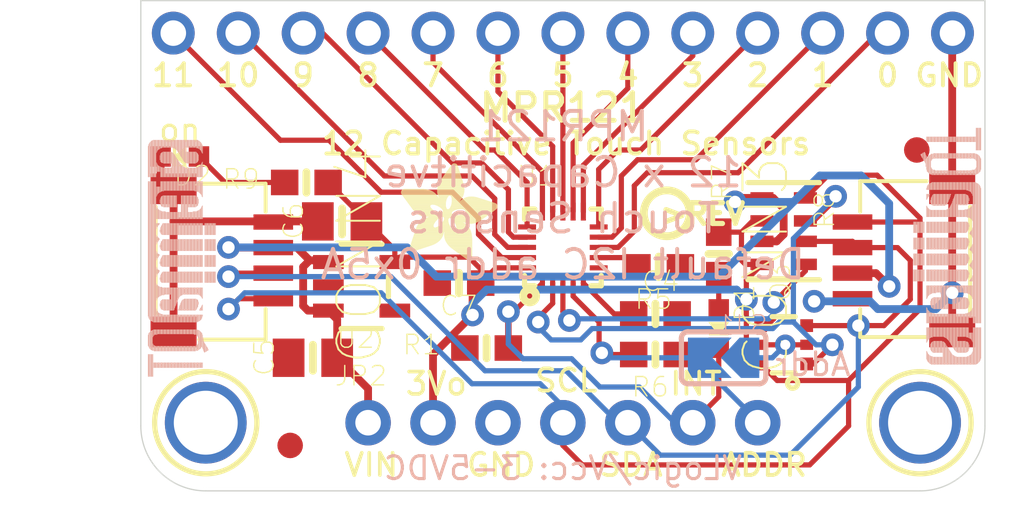
<source format=kicad_pcb>
(kicad_pcb (version 20211014) (generator pcbnew)
  (layers (0 "F.Cu" signal) (31 "B.Cu" signal) (34 "B.Paste" user) (35 "F.Paste" user) (36 "B.SilkS" user "B.Silkscreen") (37 "F.SilkS" user "F.Silkscreen") (38 "B.Mask" user) (39 "F.Mask" user) (44 "Edge.Cuts" user))
  (net 0 "")
  (net 1 "3.3V")
  (net 2 "GND")
  (net 3 "SCL_3V")
  (net 4 "SDA_3V")
  (net 5 "N$2")
  (net 6 "N$3")
  (net 7 "ELEC0")
  (net 8 "ELEC1")
  (net 9 "ELEC2")
  (net 10 "ELEC3")
  (net 11 "ELEC4")
  (net 12 "ELEC5")
  (net 13 "ELEC6")
  (net 14 "ELEC7")
  (net 15 "ELEC8")
  (net 16 "ELEC9")
  (net 17 "ELEC10")
  (net 18 "ELEC11")
  (net 19 "N$1")
  (net 20 "ADDR")
  (net 21 "SDA")
  (net 22 "SCL")
  (net 23 "INT")
  (net 24 "VCC")
  (net 25 "N$4")
  (footprint "1X13_ROUND_70" (layer "F.Cu") (at 148.5011 96.6851)
    (fp_text reference "JP1" hide)
    (fp_text value "")
    (pad "1" thru_hole circle (at -15.24 0 90) (size 1.6764 1.6764) (drill 1) (layers *.Cu *.Mask) (net 18 "ELEC11"))
    (pad "2" thru_hole circle (at -12.7 0 90) (size 1.6764 1.6764) (drill 1) (layers *.Cu *.Mask) (net 17 "ELEC10"))
    (pad "3" thru_hole circle (at -10.16 0 90) (size 1.6764 1.6764) (drill 1) (layers *.Cu *.Mask) (net 16 "ELEC9"))
    (pad "4" thru_hole circle (at -7.62 0 90) (size 1.6764 1.6764) (drill 1) (layers *.Cu *.Mask) (net 15 "ELEC8"))
    (pad "5" thru_hole circle (at -5.08 0 90) (size 1.6764 1.6764) (drill 1) (layers *.Cu *.Mask) (net 14 "ELEC7"))
    (pad "6" thru_hole circle (at -2.54 0 90) (size 1.6764 1.6764) (drill 1) (layers *.Cu *.Mask) (net 13 "ELEC6"))
    (pad "7" thru_hole circle (at 0 0 90) (size 1.6764 1.6764) (drill 1) (layers *.Cu *.Mask) (net 12 "ELEC5"))
    (pad "8" thru_hole circle (at 2.54 0 90) (size 1.6764 1.6764) (drill 1) (layers *.Cu *.Mask) (net 11 "ELEC4"))
    (pad "9" thru_hole circle (at 5.08 0 90) (size 1.6764 1.6764) (drill 1) (layers *.Cu *.Mask) (net 10 "ELEC3"))
    (pad "10" thru_hole circle (at 7.62 0 90) (size 1.6764 1.6764) (drill 1) (layers *.Cu *.Mask) (net 9 "ELEC2"))
    (pad "11" thru_hole circle (at 10.16 0 90) (size 1.6764 1.6764) (drill 1) (layers *.Cu *.Mask) (net 8 "ELEC1"))
    (pad "12" thru_hole circle (at 12.7 0 90) (size 1.6764 1.6764) (drill 1) (layers *.Cu *.Mask) (net 7 "ELEC0"))
    (pad "13" thru_hole circle (at 15.24 0 90) (size 1.6764 1.6764) (drill 1) (layers *.Cu *.Mask) (net 2 "GND"))
  )
  (footprint "MOUNTINGHOLE_2.5_PLATED" (layer "F.Cu") (at 162.4711 111.9251)
    (fp_text reference "U$35" hide)
    (fp_text value "MOUNTINGHOLE2.5" hide)
    (pad "P$1" thru_hole circle (at 0 0) (size 3.2 3.2) (drill 2.5) (layers *.Cu *.Mask))
  )
  (footprint "JST_SH4" (layer "F.Cu") (at 162.3441 105.5751 90)
    (fp_text reference "CONN3" (at -4.6 -5.9 90) (layer "F.SilkS") (effects (font (size 1.703222 1.703222) (thickness 0.074778)) (justify left)))
    (fp_text value "STEMMA_I2C_QT" hide)
    (pad "1" smd rect (at -1.5 -2.514 180) (size 1.55 0.6) (layers "F.Cu" "F.Paste" "F.Mask") (net 2 "GND"))
    (pad "2" smd rect (at -0.5 -2.514 180) (size 1.55 0.6) (layers "F.Cu" "F.Paste" "F.Mask") (net 24 "VCC"))
    (pad "3" smd rect (at 0.5 -2.514 180) (size 1.55 0.6) (layers "F.Cu" "F.Paste" "F.Mask") (net 21 "SDA"))
    (pad "4" smd rect (at 1.5 -2.514 180) (size 1.55 0.6) (layers "F.Cu" "F.Paste" "F.Mask") (net 22 "SCL"))
    (pad "MT1" smd rect (at -2.8 1.386 180) (size 1.8 1.2) (layers "F.Cu" "F.Paste" "F.Mask") (net 2 "GND"))
    (pad "MT2" smd rect (at 2.8 1.386 180) (size 1.8 1.2) (layers "F.Cu" "F.Paste" "F.Mask") (net 2 "GND"))
  )
  (footprint "QFN20_3MM_NOTHERMAL" (layer "F.Cu") (at 148.5011 105.0671 90)
    (fp_text reference "U1" (at 2.794 -0.254) (layer "F.SilkS") (effects (font (size 0.75948 0.75948) (thickness 0.05332)) (justify right)))
    (fp_text value "MPR121")
    (pad "1" smd rect (at -1.4 -0.8 270) (size 0.7 0.2) (layers "F.Cu" "F.Paste" "F.Mask") (net 23 "INT"))
    (pad "2" smd rect (at -1.4 -0.4 270) (size 0.7 0.2) (layers "F.Cu" "F.Paste" "F.Mask") (net 3 "SCL_3V"))
    (pad "3" smd rect (at -1.4 0 270) (size 0.7 0.2) (layers "F.Cu" "F.Paste" "F.Mask") (net 4 "SDA_3V"))
    (pad "4" smd rect (at -1.4 0.4 270) (size 0.7 0.2) (layers "F.Cu" "F.Paste" "F.Mask") (net 20 "ADDR"))
    (pad "5" smd rect (at -1.4 0.8 270) (size 0.7 0.2) (layers "F.Cu" "F.Paste" "F.Mask") (net 5 "N$2"))
    (pad "6" smd rect (at -0.8 1.4 180) (size 0.7 0.2) (layers "F.Cu" "F.Paste" "F.Mask") (net 2 "GND"))
    (pad "7" smd rect (at -0.4 1.4 180) (size 0.7 0.2) (layers "F.Cu" "F.Paste" "F.Mask") (net 6 "N$3"))
    (pad "8" smd rect (at 0 1.4 180) (size 0.7 0.2) (layers "F.Cu" "F.Paste" "F.Mask") (net 7 "ELEC0"))
    (pad "9" smd rect (at 0.4 1.4 180) (size 0.7 0.2) (layers "F.Cu" "F.Paste" "F.Mask") (net 8 "ELEC1"))
    (pad "10" smd rect (at 0.8 1.4 180) (size 0.7 0.2) (layers "F.Cu" "F.Paste" "F.Mask") (net 9 "ELEC2"))
    (pad "11" smd rect (at 1.4 0.8 270) (size 0.7 0.2) (layers "F.Cu" "F.Paste" "F.Mask") (net 10 "ELEC3"))
    (pad "12" smd rect (at 1.4 0.4 270) (size 0.7 0.2) (layers "F.Cu" "F.Paste" "F.Mask") (net 11 "ELEC4"))
    (pad "13" smd rect (at 1.4 0 270) (size 0.7 0.2) (layers "F.Cu" "F.Paste" "F.Mask") (net 12 "ELEC5"))
    (pad "14" smd rect (at 1.4 -0.4 270) (size 0.7 0.2) (layers "F.Cu" "F.Paste" "F.Mask") (net 13 "ELEC6"))
    (pad "15" smd rect (at 1.4 -0.8 270) (size 0.7 0.2) (layers "F.Cu" "F.Paste" "F.Mask") (net 14 "ELEC7"))
    (pad "16" smd rect (at 0.8 -1.4 180) (size 0.7 0.2) (layers "F.Cu" "F.Paste" "F.Mask") (net 15 "ELEC8"))
    (pad "17" smd rect (at 0.4 -1.4 180) (size 0.7 0.2) (layers "F.Cu" "F.Paste" "F.Mask") (net 16 "ELEC9"))
    (pad "18" smd rect (at 0 -1.4 180) (size 0.7 0.2) (layers "F.Cu" "F.Paste" "F.Mask") (net 17 "ELEC10"))
    (pad "19" smd rect (at -0.4 -1.4 180) (size 0.7 0.2) (layers "F.Cu" "F.Paste" "F.Mask") (net 18 "ELEC11"))
    (pad "20" smd rect (at -0.8 -1.4 180) (size 0.7 0.2) (layers "F.Cu" "F.Paste" "F.Mask") (net 1 "3.3V"))
  )
  (footprint "ADAFRUIT_3.5MM" (layer "F.Cu") (at 142.1511 105.5751)
    (fp_text reference "U$37" hide)
    (fp_text value "" hide)
  )
  (footprint "0603-NO" (layer "F.Cu") (at 152.2476 105.8291 180)
    (fp_text reference "R5" (at -0.5715 -1.27) (layer "F.SilkS") (effects (font (size 0.75948 0.75948) (thickness 0.05332)) (justify right)))
    (fp_text value "75K")
    (pad "1" smd rect (at -0.85 0 180) (size 1.075 1) (layers "F.Cu" "F.Paste" "F.Mask") (net 2 "GND"))
    (pad "2" smd rect (at 0.85 0 180) (size 1.075 1) (layers "F.Cu" "F.Paste" "F.Mask") (net 6 "N$3"))
  )
  (footprint "FIDUCIAL_1MM" (layer "F.Cu") (at 162.3441 101.2571)
    (fp_text reference "FID4" hide)
    (fp_text value "FIDUCIAL_1MM" hide)
    (pad "1" smd roundrect (at 0 0) (size 1 1) (layers "F.Cu" "F.Mask") (roundrect_rratio 0.5))
  )
  (footprint "0805-NO" (layer "F.Cu") (at 139.8651 104.0511 180)
    (fp_text reference "C6" (at 1.905 -0.762 90) (layer "F.SilkS") (effects (font (size 0.75948 0.75948) (thickness 0.05332)) (justify left)))
    (fp_text value "10uF")
    (pad "1" smd rect (at -0.95 0 180) (size 1.24 1.5) (layers "F.Cu" "F.Paste" "F.Mask") (net 1 "3.3V"))
    (pad "2" smd rect (at 0.95 0 180) (size 1.24 1.5) (layers "F.Cu" "F.Paste" "F.Mask") (net 2 "GND"))
  )
  (footprint "SOT23-5" (layer "F.Cu") (at 140.6271 106.5911 -90)
    (fp_text reference "U2" (at 2.032 -0.562) (layer "F.SilkS") (effects (font (size 0.75948 0.75948) (thickness 0.05332)) (justify right)))
    (fp_text value "AP2112K-3.3")
    (pad "1" smd rect (at -0.95 1.3001 270) (size 0.55 1.2) (layers "F.Cu" "F.Paste" "F.Mask") (net 24 "VCC"))
    (pad "2" smd rect (at 0 1.3001 270) (size 0.55 1.2) (layers "F.Cu" "F.Paste" "F.Mask") (net 2 "GND"))
    (pad "3" smd rect (at 0.95 1.3001 270) (size 0.55 1.2) (layers "F.Cu" "F.Paste" "F.Mask") (net 24 "VCC"))
    (pad "4" smd rect (at 0.95 -1.3001 270) (size 0.55 1.2) (layers "F.Cu" "F.Paste" "F.Mask"))
    (pad "5" smd rect (at -0.95 -1.3001 270) (size 0.55 1.2) (layers "F.Cu" "F.Paste" "F.Mask") (net 1 "3.3V"))
  )
  (footprint "1X07_ROUND_70" (layer "F.Cu") (at 148.5011 111.9251)
    (fp_text reference "JP2" (at -8.9662 -1.8288) (layer "F.SilkS") (effects (font (size 0.75948 0.75948) (thickness 0.05332)) (justify left)))
    (fp_text value "")
    (pad "1" thru_hole circle (at -7.62 0 90) (size 1.778 1.778) (drill 1) (layers *.Cu *.Mask) (net 24 "VCC"))
    (pad "2" thru_hole circle (at -5.08 0 90) (size 1.778 1.778) (drill 1) (layers *.Cu *.Mask) (net 1 "3.3V"))
    (pad "3" thru_hole circle (at -2.54 0 90) (size 1.778 1.778) (drill 1) (layers *.Cu *.Mask) (net 2 "GND"))
    (pad "4" thru_hole circle (at 0 0 90) (size 1.778 1.778) (drill 1) (layers *.Cu *.Mask) (net 22 "SCL"))
    (pad "5" thru_hole circle (at 2.54 0 90) (size 1.778 1.778) (drill 1) (layers *.Cu *.Mask) (net 21 "SDA"))
    (pad "6" thru_hole circle (at 5.08 0 90) (size 1.778 1.778) (drill 1) (layers *.Cu *.Mask) (net 23 "INT"))
    (pad "7" thru_hole circle (at 7.62 0 90) (size 1.778 1.778) (drill 1) (layers *.Cu *.Mask) (net 20 "ADDR"))
  )
  (footprint "RESPACK_4X0603" (layer "F.Cu") (at 157.1371 104.4321 -90)
    (fp_text reference "R8" (at -1.6 -1.6 90) (layer "F.SilkS") (effects (font (size 0.75948 0.75948) (thickness 0.05332)) (justify right)))
    (fp_text value "10K")
    (pad "1" smd rect (at -1.3 0.85 270) (size 0.45 0.9) (layers "F.Cu" "F.Paste" "F.Mask") (net 24 "VCC"))
    (pad "2" smd rect (at -0.4 0.85 270) (size 0.45 0.9) (layers "F.Cu" "F.Paste" "F.Mask") (net 1 "3.3V"))
    (pad "3" smd rect (at 0.4 0.85 270) (size 0.45 0.9) (layers "F.Cu" "F.Paste" "F.Mask") (net 24 "VCC"))
    (pad "4" smd rect (at 1.3 0.85 270) (size 0.45 0.9) (layers "F.Cu" "F.Paste" "F.Mask") (net 1 "3.3V"))
    (pad "5" smd rect (at 1.3 -0.85 270) (size 0.45 0.9) (layers "F.Cu" "F.Paste" "F.Mask") (net 4 "SDA_3V"))
    (pad "6" smd rect (at 0.4 -0.85 270) (size 0.45 0.9) (layers "F.Cu" "F.Paste" "F.Mask") (net 21 "SDA"))
    (pad "7" smd rect (at -0.4 -0.85 270) (size 0.45 0.9) (layers "F.Cu" "F.Paste" "F.Mask") (net 3 "SCL_3V"))
    (pad "8" smd rect (at -1.3 -0.85 270) (size 0.45 0.9) (layers "F.Cu" "F.Paste" "F.Mask") (net 22 "SCL"))
  )
  (footprint "SOT363" (layer "F.Cu") (at 157.1371 108.8771 90)
    (fp_text reference "Q3" (at 1.651 -0.127 90) (layer "F.SilkS") (effects (font (size 0.75948 0.75948) (thickness 0.05332)) (justify left)))
    (fp_text value "BSS138")
    (pad "1" smd rect (at -0.75 0.9 90) (size 0.5 0.5) (layers "F.Cu" "F.Paste" "F.Mask") (net 3 "SCL_3V"))
    (pad "2" smd rect (at 0 0.9 90) (size 0.4 0.5) (layers "F.Cu" "F.Paste" "F.Mask") (net 1 "3.3V"))
    (pad "3" smd rect (at 0.75 0.9 90) (size 0.5 0.5) (layers "F.Cu" "F.Paste" "F.Mask") (net 21 "SDA"))
    (pad "4" smd rect (at 0.75 -0.9 90) (size 0.5 0.5) (layers "F.Cu" "F.Paste" "F.Mask") (net 4 "SDA_3V"))
    (pad "5" smd rect (at 0 -0.9 90) (size 0.4 0.5) (layers "F.Cu" "F.Paste" "F.Mask") (net 1 "3.3V"))
    (pad "6" smd rect (at -0.75 -0.9 90) (size 0.5 0.5) (layers "F.Cu" "F.Paste" "F.Mask") (net 22 "SCL"))
  )
  (footprint "0603-NO" (layer "F.Cu") (at 138.4681 102.5271 180)
    (fp_text reference "R9" (at 1.778 0.127) (layer "F.SilkS") (effects (font (size 0.75948 0.75948) (thickness 0.05332)) (justify right)))
    (fp_text value "10K")
    (pad "1" smd rect (at -0.85 0 180) (size 1.075 1) (layers "F.Cu" "F.Paste" "F.Mask") (net 1 "3.3V"))
    (pad "2" smd rect (at 0.85 0 180) (size 1.075 1) (layers "F.Cu" "F.Paste" "F.Mask") (net 25 "N$4"))
  )
  (footprint "0603-NO" (layer "F.Cu") (at 154.5971 105.3211 90)
    (fp_text reference "R7" (at 2.032 0.127 90) (layer "F.SilkS") (effects (font (size 0.75948 0.75948) (thickness 0.05332)) (justify left)))
    (fp_text value "1K")
    (pad "1" smd rect (at -0.85 0 90) (size 1.075 1) (layers "F.Cu" "F.Paste" "F.Mask") (net 19 "N$1"))
    (pad "2" smd rect (at 0.85 0 90) (size 1.075 1) (layers "F.Cu" "F.Paste" "F.Mask") (net 1 "3.3V"))
  )
  (footprint "PCBFEAT-REV-040" (layer "F.Cu") (at 152.5651 103.7336)
    (fp_text reference "U$9" hide)
    (fp_text value "" hide)
    (fp_text user ">REV" (at -0.3556 0.508) (layer "F.SilkS") (effects (font (size 0.8128 0.8128) (thickness 0.2032)) (justify left bottom)))
  )
  (footprint "CHIPLED_0603_NOOUTLINE" (layer "F.Cu") (at 133.5151 101.5111 90)
    (fp_text reference "D2" (at -0.762 1.27) (layer "F.SilkS") (effects (font (size 0.75948 0.75948) (thickness 0.05332)) (justify right)))
    (fp_text value "GREEN")
    (pad "A" smd rect (at 0 0.75 90) (size 0.8 0.8) (layers "F.Cu" "F.Paste" "F.Mask") (net 25 "N$4"))
    (pad "C" smd rect (at 0 -0.75 90) (size 0.8 0.8) (layers "F.Cu" "F.Paste" "F.Mask") (net 2 "GND"))
  )
  (footprint "0603-NO" (layer "F.Cu") (at 145.5166 109.0041 180)
    (fp_text reference "R1" (at 1.778 0.127) (layer "F.SilkS") (effects (font (size 0.75948 0.75948) (thickness 0.05332)) (justify right)))
    (fp_text value "10K")
    (pad "1" smd rect (at -0.85 0 180) (size 1.075 1) (layers "F.Cu" "F.Paste" "F.Mask") (net 23 "INT"))
    (pad "2" smd rect (at 0.85 0 180) (size 1.075 1) (layers "F.Cu" "F.Paste" "F.Mask") (net 1 "3.3V"))
  )
  (footprint "MOUNTINGHOLE_2.5_PLATED" (layer "F.Cu") (at 134.5311 111.9251)
    (fp_text reference "U$34" hide)
    (fp_text value "MOUNTINGHOLE2.5" hide)
    (pad "P$1" thru_hole circle (at 0 0) (size 3.2 3.2) (drill 2.5) (layers *.Cu *.Mask))
  )
  (footprint "FIDUCIAL_1MM" (layer "F.Cu") (at 137.8331 112.8141)
    (fp_text reference "FID3" hide)
    (fp_text value "FIDUCIAL_1MM" hide)
    (pad "1" smd roundrect (at 0 0) (size 1 1) (layers "F.Cu" "F.Mask") (roundrect_rratio 0.5))
  )
  (footprint "0603-NO" (layer "F.Cu") (at 144.4371 106.4641 180)
    (fp_text reference "C7" (at -0.762 -0.889) (layer "F.SilkS") (effects (font (size 0.75948 0.75948) (thickness 0.05332)) (justify right)))
    (fp_text value "0.1uF")
    (pad "1" smd rect (at -0.85 0 180) (size 1.075 1) (layers "F.Cu" "F.Paste" "F.Mask") (net 1 "3.3V"))
    (pad "2" smd rect (at 0.85 0 180) (size 1.075 1) (layers "F.Cu" "F.Paste" "F.Mask") (net 2 "GND"))
  )
  (footprint "0603-NO" (layer "F.Cu") (at 152.1206 109.2581 180)
    (fp_text reference "R6" (at -0.5715 -1.27) (layer "F.SilkS") (effects (font (size 0.75948 0.75948) (thickness 0.05332)) (justify right)))
    (fp_text value "10K")
    (pad "1" smd rect (at -0.85 0 180) (size 1.075 1) (layers "F.Cu" "F.Paste" "F.Mask") (net 2 "GND"))
    (pad "2" smd rect (at 0.85 0 180) (size 1.075 1) (layers "F.Cu" "F.Paste" "F.Mask") (net 20 "ADDR"))
  )
  (footprint "0603-NO" (layer "F.Cu") (at 152.1206 107.6706)
    (fp_text reference "C4" (at -0.5715 -1.27) (layer "F.SilkS") (effects (font (size 0.75948 0.75948) (thickness 0.05332)) (justify left)))
    (fp_text value "0.1uF")
    (pad "1" smd rect (at -0.85 0) (size 1.075 1) (layers "F.Cu" "F.Paste" "F.Mask") (net 5 "N$2"))
    (pad "2" smd rect (at 0.85 0) (size 1.075 1) (layers "F.Cu" "F.Paste" "F.Mask") (net 2 "GND"))
  )
  (footprint "CHIPLED_0603_NOOUTLINE" (layer "F.Cu") (at 154.5971 108.2421 180)
    (fp_text reference "D1" (at -1.016 1.778 90) (layer "F.SilkS") (effects (font (size 0.75948 0.75948) (thickness 0.05332)) (justify right)))
    (fp_text value "RED")
    (pad "A" smd rect (at 0 0.75 180) (size 0.8 0.8) (layers "F.Cu" "F.Paste" "F.Mask") (net 19 "N$1"))
    (pad "C" smd rect (at 0 -0.75 180) (size 0.8 0.8) (layers "F.Cu" "F.Paste" "F.Mask") (net 23 "INT"))
  )
  (footprint "0805-NO" (layer "F.Cu") (at 138.7221 109.3851 180)
    (fp_text reference "C5" (at 1.905 -0.762 90) (layer "F.SilkS") (effects (font (size 0.75948 0.75948) (thickness 0.05332)) (justify left)))
    (fp_text value "10uF")
    (pad "1" smd rect (at -0.95 0 180) (size 1.24 1.5) (layers "F.Cu" "F.Paste" "F.Mask") (net 24 "VCC"))
    (pad "2" smd rect (at 0.95 0 180) (size 1.24 1.5) (layers "F.Cu" "F.Paste" "F.Mask") (net 2 "GND"))
  )
  (footprint "JST_SH4" (layer "F.Cu") (at 134.6581 105.5751 -90)
    (fp_text reference "CONN4" (at -4.6 -5.9 90) (layer "F.SilkS") (effects (font (size 1.703222 1.703222) (thickness 0.074778)) (justify right)))
    (fp_text value "STEMMA_I2C_QT" hide)
    (pad "1" smd rect (at -1.5 -2.514) (size 1.55 0.6) (layers "F.Cu" "F.Paste" "F.Mask") (net 2 "GND"))
    (pad "2" smd rect (at -0.5 -2.514) (size 1.55 0.6) (layers "F.Cu" "F.Paste" "F.Mask") (net 24 "VCC"))
    (pad "3" smd rect (at 0.5 -2.514) (size 1.55 0.6) (layers "F.Cu" "F.Paste" "F.Mask") (net 21 "SDA"))
    (pad "4" smd rect (at 1.5 -2.514) (size 1.55 0.6) (layers "F.Cu" "F.Paste" "F.Mask") (net 22 "SCL"))
    (pad "MT1" smd rect (at -2.8 1.386) (size 1.8 1.2) (layers "F.Cu" "F.Paste" "F.Mask") (net 2 "GND"))
    (pad "MT2" smd rect (at 2.8 1.386) (size 1.8 1.2) (layers "F.Cu" "F.Paste" "F.Mask") (net 2 "GND"))
  )
  (footprint "SOLDERJUMPER_ARROW_NOPASTE" (layer "B.Cu") (at 154.7876 109.3851 180)
    (fp_text reference "SJ1" (at -1.778 1.27) (layer "B.SilkS") (effects (font (size 0.75948 0.75948) (thickness 0.05332)) (justify left mirror)))
    (fp_text value "")
    (fp_poly (pts (xy 0.106121 -0.002663) (xy -0.679416 -0.7882) (xy -1.3946 -0.7882) (xy -1.3946 0.7882) (xy -0.62715 0.7882)) (layer "B.Cu") (width 0) (fill solid))
    (fp_poly (pts (xy 1.3946 -0.7882) (xy -0.315893 -0.7882) (xy 0.443148 0) (xy -0.315893 0.7882) (xy 1.3946 0.7882)) (layer "B.Cu") (width 0) (fill solid))
    (pad "1" smd roundrect (at -1.016 0 180) (size 0.762 1.524) (layers "B.Cu") (net 1 "3.3V"))
    (pad "2" smd roundrect (at 1.016 0 180) (size 0.762 1.524) (layers "B.Cu") (net 20 "ADDR"))
  )
  (footprint "STEMMAQT" (layer "B.Cu") (at 162.2171 109.6391 90)
    (fp_text reference "U$39" hide)
    (fp_text value "" hide)
  )
  (footprint "STEMMAQT" (layer "B.Cu") (at 134.9121 100.8761 -90)
    (fp_text reference "U$40" hide)
    (fp_text value "" hide)
  )
  (gr_arc (start 165.0111 112.0521) (mid 164.267151 113.848151) (end 162.4711 114.5921) (layer "Edge.Cuts") (width 0.05))
  (gr_line (start 165.0111 95.4151) (end 131.9911 95.4151) (layer "Edge.Cuts") (width 0.05))
  (gr_line (start 134.5311 114.5921) (end 162.4711 114.5921) (layer "Edge.Cuts") (width 0.05))
  (gr_line (start 131.9911 95.4151) (end 131.9911 112.0521) (layer "Edge.Cuts") (width 0.05))
  (gr_arc (start 134.5311 114.5921) (mid 132.735049 113.848151) (end 131.9911 112.0521) (layer "Edge.Cuts") (width 0.05))
  (gr_line (start 165.0111 112.0521) (end 165.0111 95.4151) (layer "Edge.Cuts") (width 0.05))
  (gr_text "Addr" (at 158.2801 109.6391) (layer "B.SilkS") (effects (font (size 0.89408 0.89408) (thickness 0.12192)) (justify mirror)))
  (gr_text "VLogic/Vcc: 3-5VDC" (at 148.5011 113.7031) (layer "B.SilkS") (effects (font (size 0.89408 0.89408) (thickness 0.12192)) (justify mirror)))
  (gr_text "MPR121\n12 x Capacititve\nTouch Sensors\nDefault I2C addr 0x5A" (at 148.5011 103.0351) (layer "B.SilkS") (effects (font (size 1.1176 1.1176) (thickness 0.1524)) (justify mirror)))
  (gr_text "3" (at 153.5811 98.3361) (layer "F.SilkS") (effects (font (size 0.8636 0.8636) (thickness 0.1524))))
  (gr_text "7" (at 143.4211 98.3361) (layer "F.SilkS") (effects (font (size 0.8636 0.8636) (thickness 0.1524))))
  (gr_text "SDA" (at 151.1681 113.5761) (layer "F.SilkS") (effects (font (size 0.87376 0.87376) (thickness 0.14224))))
  (gr_text "6" (at 145.9611 98.3361) (layer "F.SilkS") (effects (font (size 0.8636 0.8636) (thickness 0.1524))))
  (gr_text "3Vo" (at 143.5481 110.4011) (layer "F.SilkS") (effects (font (size 0.87376 0.87376) (thickness 0.14224))))
  (gr_text "8" (at 140.8811 98.3361) (layer "F.SilkS") (effects (font (size 0.8636 0.8636) (thickness 0.1524))))
  (gr_text "2" (at 156.1211 98.3361) (layer "F.SilkS") (effects (font (size 0.8636 0.8636) (thickness 0.1524))))
  (gr_text "VIN" (at 141.0081 113.5761) (layer "F.SilkS") (effects (font (size 0.87376 0.87376) (thickness 0.14224))))
  (gr_text "SCL" (at 148.6281 110.2741) (layer "F.SilkS") (effects (font (size 0.87376 0.87376) (thickness 0.14224))))
  (gr_text "ADDR" (at 156.3751 113.5761) (layer "F.SilkS") (effects (font (size 0.8636 0.8636) (thickness 0.1524))))
  (gr_text "GND" (at 146.0881 113.5761) (layer "F.SilkS") (effects (font (size 0.87376 0.87376) (thickness 0.14224))))
  (gr_text "9" (at 138.3411 98.3361) (layer "F.SilkS") (effects (font (size 0.8636 0.8636) (thickness 0.1524))))
  (gr_text "MPR121" (at 148.5011 99.6061) (layer "F.SilkS") (effects (font (size 1.0795 1.0795) (thickness 0.1905))))
  (gr_text "GND" (at 163.6141 98.3361) (layer "F.SilkS") (effects (font (size 0.8636 0.8636) (thickness 0.1524))))
  (gr_text "0" (at 161.2011 98.3361) (layer "F.SilkS") (effects (font (size 0.8636 0.8636) (thickness 0.1524))))
  (gr_text "10" (at 135.8011 98.3361) (layer "F.SilkS") (effects (font (size 0.8636 0.8636) (thickness 0.1524))))
  (gr_text "5" (at 148.5011 98.3361) (layer "F.SilkS") (effects (font (size 0.8636 0.8636) (thickness 0.1524))))
  (gr_text "on" (at 132.6261 101.0031) (layer "F.SilkS") (effects (font (size 0.89408 0.89408) (thickness 0.12192)) (justify left bottom)))
  (gr_text "11" (at 133.2611 98.3361) (layer "F.SilkS") (effects (font (size 0.8636 0.8636) (thickness 0.1524))))
  (gr_text "12 Capacitive Touch Sensors" (at 148.6281 101.0031) (layer "F.SilkS") (effects (font (size 0.8636 0.8636) (thickness 0.1524))))
  (gr_text "4" (at 151.0411 98.3361) (layer "F.SilkS") (effects (font (size 0.8636 0.8636) (thickness 0.1524))))
  (gr_text "1" (at 158.6611 98.3361) (layer "F.SilkS") (effects (font (size 0.8636 0.8636) (thickness 0.1524))))
  (gr_text "INT" (at 153.7081 110.4011) (layer "F.SilkS") (effects (font (size 0.87376 0.87376) (thickness 0.14224))))
  (segment (start 156.2871 105.7321) (end 155.6431 105.7321) (width 0.2032) (layer "F.Cu") (net 1))
  (segment (start 155.9251 104.0321) (end 155.4861 104.4711) (width 0.2032) (layer "F.Cu") (net 1))
  (segment (start 141.9272 105.1632) (end 141.9272 105.6411) (width 0.2032) (layer "F.Cu") (net 1))
  (segment (start 144.6666 109.0041) (end 144.5006 109.0041) (width 0.254) (layer "F.Cu") (net 1))
  (segment (start 143.4211 111.9251) (end 143.4211 109.2581) (width 0.3048) (layer "F.Cu") (net 1))
  (segment (start 144.9696 107.7096) (end 144.08785 108.59135) (width 0.3048) (layer "F.Cu") (net 1))
  (segment (start 155.4861 104.4711) (end 154.5971 104.4711) (width 0.2032) (layer "F.Cu") (net 1))
  (segment (start 140.8151 104.0241) (end 140.8151 104.0511) (width 0.2032) (layer "F.Cu") (net 1))
  (segment (start 144.9696 106.7816) (end 144.9696 107.7096) (width 0.3048) (layer "F.Cu") (net 1))
  (segment (start 158.0371 108.8771) (end 157.2006 108.8771) (width 0.2032) (layer "F.Cu") (net 1))
  (segment (start 155.6766 106.3426) (end 155.6766 107.0991) (width 0.2032) (layer "F.Cu") (net 1))
  (segment (start 142.1202 105.4481) (end 144.8181 105.4481) (width 0.2032) (layer "F.Cu") (net 1))
  (segment (start 156.2871 104.0321) (end 155.9251 104.0321) (width 0.2032) (layer "F.Cu") (net 1))
  (segment (start 145.2871 105.9171) (end 145.2871 106.4641) (width 0.2032) (layer "F.Cu") (net 1))
  (segment (start 145.2871 106.4641) (end 144.9696 106.7816) (width 0.3048) (layer "F.Cu") (net 1))
  (segment (start 155.4861 104.4711) (end 155.4861 105.5751) (width 0.2032) (layer "F.Cu") (net 1))
  (segment (start 155.6431 105.7321) (end 155.4861 105.5751) (width 0.2032) (layer "F.Cu") (net 1))
  (segment (start 157.2006 108.8771) (end 156.2371 108.8771) (width 0.2032) (layer "F.Cu") (net 1))
  (segment (start 140.8151 104.0511) (end 141.9272 105.1632) (width 0.2032) (layer "F.Cu") (net 1))
  (segment (start 145.8841 105.8671) (end 145.2871 106.4641) (width 0.2032) (layer "F.Cu") (net 1))
  (segment (start 144.8181 105.4481) (end 145.2871 105.9171) (width 0.2032) (layer "F.Cu") (net 1))
  (segment (start 155.810387 108.8771) (end 156.2371 108.8771) (width 0.2032) (layer "F.Cu") (net 1))
  (segment (start 139.3181 102.5271) (end 140.8151 104.0241) (width 0.2032) (layer "F.Cu") (net 1))
  (segment (start 147.1011 105.8671) (end 145.8841 105.8671) (width 0.2032) (layer "F.Cu") (net 1))
  (segment (start 155.6766 107.0991) (end 155.6766 108.743313) (width 0.2032) (layer "F.Cu") (net 1))
  (segment (start 144.08785 108.59135) (end 143.4211 109.2581) (width 0.3048) (layer "F.Cu") (net 1))
  (segment (start 156.2871 105.7321) (end 155.6766 106.3426) (width 0.2032) (layer "F.Cu") (net 1))
  (segment (start 144.5006 109.0041) (end 144.08785 108.59135) (width 0.254) (layer "F.Cu") (net 1))
  (segment (start 155.810387 108.8771) (end 155.6766 108.743313) (width 0.2032) (layer "F.Cu") (net 1))
  (segment (start 141.9272 105.6411) (end 142.1202 105.4481) (width 0.2032) (layer "F.Cu") (net 1))
  (via (at 144.9696 107.7096) (size 0.889) (drill 0.4826) (layers "F.Cu" "B.Cu") (net 1))
  (via (at 155.6766 107.0991) (size 0.889) (drill 0.4826) (layers "F.Cu" "B.Cu") (net 1))
  (via (at 157.2006 108.8771) (size 0.8001) (drill 0.3937) (layers "F.Cu" "B.Cu") (net 1))
  (segment (start 145.5166 106.7181) (end 144.9696 107.2651) (width 0.3048) (layer "B.Cu") (net 1))
  (segment (start 155.8036 109.3851) (end 156.6926 109.3851) (width 0.2032) (layer "B.Cu") (net 1))
  (segment (start 144.9696 107.7096) (end 144.9696 107.2651) (width 0.3048) (layer "B.Cu") (net 1))
  (segment (start 145.5166 106.7181) (end 155.2956 106.7181) (width 0.3048) (layer "B.Cu") (net 1))
  (segment (start 155.2956 106.7181) (end 155.6766 107.0991) (width 0.3048) (layer "B.Cu") (net 1))
  (segment (start 156.6926 109.3851) (end 157.2006 108.8771) (width 0.2032) (layer "B.Cu") (net 1))
  (segment (start 137.1721 104.0751) (end 137.1481 104.0511) (width 0.3048) (layer "F.Cu") (net 2))
  (segment (start 132.7651 102.7751) (end 133.2721 102.7751) (width 0.3048) (layer "F.Cu") (net 2))
  (segment (start 163.7301 96.6961) (end 163.7411 96.6851) (width 0.3048) (layer "F.Cu") (net 2))
  (segment (start 137.1721 104.0751) (end 137.1721 104.0511) (width 0.3048) (layer "F.Cu") (net 2))
  (segment (start 163.7301 106.8451) (end 163.7301 108.3751) (width 0.3048) (layer "F.Cu") (net 2))
  (segment (start 163.7301 102.7751) (end 163.7301 96.6961) (width 0.3048) (layer "F.Cu") (net 2))
  (segment (start 132.7651 101.5111) (end 132.7651 102.7751) (width 0.3048) (layer "F.Cu") (net 2))
  (segment (start 133.2721 102.7751) (end 133.2721 103.460932) (width 0.3048) (layer "F.Cu") (net 2))
  (segment (start 133.2721 104.0511) (end 133.2721 108.3751) (width 0.3048) (layer "F.Cu") (net 2))
  (segment (start 163.7301 102.7751) (end 163.7301 106.8451) (width 0.3048) (layer "F.Cu") (net 2))
  (segment (start 137.1481 104.0511) (end 133.2721 104.0511) (width 0.3048) (layer "F.Cu") (net 2))
  (segment (start 158.354931 107.2021) (end 158.329515 107.176685) (width 0.3048) (layer "F.Cu") (net 2))
  (segment (start 133.2721 102.7751) (end 133.2721 104.0511) (width 0.3048) (layer "F.Cu") (net 2))
  (segment (start 137.1721 104.0511) (end 138.9151 104.0511) (width 0.3048) (layer "F.Cu") (net 2))
  (via (at 158.329515 107.176685) (size 0.889) (drill 0.4826) (layers "F.Cu" "B.Cu") (net 2))
  (via (at 163.7301 106.8451) (size 0.889) (drill 0.4826) (layers "F.Cu" "B.Cu") (net 2))
  (segment (start 160.8201 107.4801) (end 163.0951 107.4801) (width 0.3048) (layer "B.Cu") (net 2))
  (segment (start 160.516684 107.176685) (end 160.8201 107.4801) (width 0.3048) (layer "B.Cu") (net 2))
  (segment (start 158.329515 107.176685) (end 160.516684 107.176685) (width 0.3048) (layer "B.Cu") (net 2))
  (segment (start 163.0951 107.4801) (end 163.7301 106.8451) (width 0.3048) (layer "B.Cu") (net 2))
  (segment (start 159.0421 108.8771) (end 158.2921 109.6271) (width 0.2032) (layer "F.Cu") (net 3))
  (segment (start 159.1691 103.174813) (end 159.1691 103.0686) (width 0.2032) (layer "F.Cu") (net 3))
  (segment (start 148.1011 106.4671) (end 148.1011 107.257313) (width 0.2032) (layer "F.Cu") (net 3))
  (segment (start 158.2921 109.6271) (end 158.0371 109.6271) (width 0.2032) (layer "F.Cu") (net 3))
  (segment (start 157.9871 104.0321) (end 158.311812 104.0321) (width 0.2032) (layer "F.Cu") (net 3))
  (segment (start 159.1691 103.174813) (end 158.311812 104.0321) (width 0.2032) (layer "F.Cu") (net 3))
  (segment (start 148.1011 107.257313) (end 147.536 107.822413) (width 0.2032) (layer "F.Cu") (net 3))
  (segment (start 147.536 107.822413) (end 147.536 107.9881) (width 0.2032) (layer "F.Cu") (net 3))
  (via (at 147.536 107.9881) (size 0.889) (drill 0.4826) (layers "F.Cu" "B.Cu") (net 3))
  (via (at 159.1691 103.0686) (size 0.889) (drill 0.4826) (layers "F.Cu" "B.Cu") (net 3))
  (via (at 159.0421 108.8771) (size 0.889) (drill 0.4826) (layers "F.Cu" "B.Cu") (net 3))
  (segment (start 147.536 108.1786) (end 148.044 108.6866) (width 0.2032) (layer "B.Cu") (net 3))
  (segment (start 158.4071 108.8771) (end 159.0421 108.8771) (width 0.2032) (layer "B.Cu") (net 3))
  (segment (start 147.536 107.9881) (end 147.536 108.1786) (width 0.2032) (layer "B.Cu") (net 3))
  (segment (start 149.1996 108.6866) (end 149.6441 108.2421) (width 0.2032) (layer "B.Cu") (net 3))
  (segment (start 148.044 108.6866) (end 149.1996 108.6866) (width 0.2032) (layer "B.Cu") (net 3))
  (segment (start 158.4071 108.8771) (end 157.5181 107.9881) (width 0.2032) (layer "B.Cu") (net 3))
  (segment (start 157.5181 104.7196) (end 157.5181 107.9881) (width 0.2032) (layer "B.Cu") (net 3))
  (segment (start 149.6441 108.2421) (end 156.714418 108.2421) (width 0.2032) (layer "B.Cu") (net 3))
  (segment (start 159.1691 103.0686) (end 157.5181 104.7196) (width 0.2032) (layer "B.Cu") (net 3))
  (segment (start 156.968418 107.9881) (end 157.5181 107.9881) (width 0.2032) (layer "B.Cu") (net 3))
  (segment (start 156.714418 108.2421) (end 156.968418 107.9881) (width 0.2032) (layer "B.Cu") (net 3))
  (segment (start 156.7516 107.8566) (end 156.7516 107.2216) (width 0.2032) (layer "F.Cu") (net 4))
  (segment (start 156.2371 108.1271) (end 156.4811 108.1271) (width 0.2032) (layer "F.Cu") (net 4))
  (segment (start 157.9871 105.9861) (end 156.7516 107.2216) (width 0.2032) (layer "F.Cu") (net 4))
  (segment (start 148.7551 107.84) (end 148.7551 107.9246) (width 0.2032) (layer "F.Cu") (net 4))
  (segment (start 148.5011 106.4671) (end 148.5011 107.586) (width 0.2032) (layer "F.Cu") (net 4))
  (segment (start 156.7516 107.8566) (end 156.4811 108.1271) (width 0.2032) (layer "F.Cu") (net 4))
  (segment (start 148.7551 107.84) (end 148.5011 107.586) (width 0.2032) (layer "F.Cu") (net 4))
  (segment (start 157.9871 105.7321) (end 157.9871 105.9861) (width 0.2032) (layer "F.Cu") (net 4))
  (via (at 156.7516 107.2216) (size 0.889) (drill 0.4826) (layers "F.Cu" "B.Cu") (net 4))
  (via (at 148.7551 107.9246) (size 0.889) (drill 0.4826) (layers "F.Cu" "B.Cu") (net 4))
  (segment (start 156.5566 107.8611) (end 148.8186 107.8611) (width 0.2032) (layer "B.Cu") (net 4))
  (segment (start 148.7551 107.9246) (end 148.8186 107.8611) (width 0.2032) (layer "B.Cu") (net 4))
  (segment (start 156.7516 107.6661) (end 156.7516 107.2216) (width 0.2032) (layer "B.Cu") (net 4))
  (segment (start 156.7516 107.6661) (end 156.5566 107.8611) (width 0.2032) (layer "B.Cu") (net 4))
  (segment (start 149.3011 106.4671) (end 150.5046 107.6706) (width 0.2032) (layer "F.Cu") (net 5))
  (segment (start 150.5046 107.6706) (end 151.2706 107.6706) (width 0.2032) (layer "F.Cu") (net 5))
  (segment (start 151.0356 105.4671) (end 151.3976 105.8291) (width 0.2032) (layer "F.Cu") (net 6))
  (segment (start 149.9011 105.4671) (end 151.0356 105.4671) (width 0.2032) (layer "F.Cu") (net 6))
  (segment (start 160.8201 96.6851) (end 161.2011 96.6851) (width 0.2032) (layer "F.Cu") (net 7))
  (segment (start 151.8031 102.1461) (end 155.3591 102.1461) (width 0.2032) (layer "F.Cu") (net 7))
  (segment (start 151.2951 102.6541) (end 151.8031 102.1461) (width 0.2032) (layer "F.Cu") (net 7))
  (segment (start 149.9011 105.0671) (end 150.6601 105.0671) (width 0.2032) (layer "F.Cu") (net 7))
  (segment (start 151.2951 104.4321) (end 151.2951 102.6541) (width 0.2032) (layer "F.Cu") (net 7))
  (segment (start 160.8201 96.6851) (end 155.3591 102.1461) (width 0.2032) (layer "F.Cu") (net 7))
  (segment (start 150.6601 105.0671) (end 151.2951 104.4321) (width 0.2032) (layer "F.Cu") (net 7))
  (segment (start 149.9011 104.6671) (end 150.4251 104.6671) (width 0.2032) (layer "F.Cu") (net 8))
  (segment (start 150.7871 104.3051) (end 150.7871 102.2731) (width 0.2032) (layer "F.Cu") (net 8))
  (segment (start 153.7081 101.6381) (end 158.6611 96.6851) (width 0.2032) (layer "F.Cu") (net 8))
  (segment (start 150.4251 104.6671) (end 150.7871 104.3051) (width 0.2032) (layer "F.Cu") (net 8))
  (segment (start 151.4221 101.6381) (end 153.7081 101.6381) (width 0.2032) (layer "F.Cu") (net 8))
  (segment (start 150.7871 102.2731) (end 151.4221 101.6381) (width 0.2032) (layer "F.Cu") (net 8))
  (segment (start 151.5491 101.2571) (end 156.1211 96.6851) (width 0.2032) (layer "F.Cu") (net 9))
  (segment (start 150.6601 101.2571) (end 151.5491 101.2571) (width 0.2032) (layer "F.Cu") (net 9))
  (segment (start 149.9011 102.0161) (end 150.6601 101.2571) (width 0.2032) (layer "F.Cu") (net 9))
  (segment (start 149.9011 104.2671) (end 149.9011 102.0161) (width 0.2032) (layer "F.Cu") (net 9))
  (segment (start 149.3011 101.8541) (end 153.5811 97.5741) (width 0.2032) (layer "F.Cu") (net 10))
  (segment (start 153.5811 97.5741) (end 153.5811 96.6851) (width 0.2032) (layer "F.Cu") (net 10))
  (segment (start 149.3011 103.6671) (end 149.3011 101.8541) (width 0.2032) (layer "F.Cu") (net 10))
  (segment (start 151.0411 98.8441) (end 148.9011 100.9841) (width 0.2032) (layer "F.Cu") (net 11))
  (segment (start 151.0411 98.8441) (end 151.0411 96.6851) (width 0.2032) (layer "F.Cu") (net 11))
  (segment (start 148.9011 103.6671) (end 148.9011 100.9841) (width 0.2032) (layer "F.Cu") (net 11))
  (segment (start 148.5011 103.6671) (end 148.5011 96.6851) (width 0.2032) (layer "F.Cu") (net 12))
  (segment (start 148.1011 101.1111) (end 148.1011 103.6671) (width 0.2032) (layer "F.Cu") (net 13))
  (segment (start 145.9611 96.6851) (end 145.9611 98.9711) (width 0.2032) (layer "F.Cu") (net 13))
  (segment (start 148.1011 101.1111) (end 145.9611 98.9711) (width 0.2032) (layer "F.Cu") (net 13))
  (segment (start 143.4211 97.8281) (end 143.4211 96.6851) (width 0.2032) (layer "F.Cu") (net 14))
  (segment (start 147.7011 102.1081) (end 143.4211 97.8281) (width 0.2032) (layer "F.Cu") (net 14))
  (segment (start 147.7011 103.6671) (end 147.7011 102.1081) (width 0.2032) (layer "F.Cu") (net 14))
  (segment (start 147.1011 104.2671) (end 147.1011 102.5241) (width 0.2032) (layer "F.Cu") (net 15))
  (segment (start 145.4531 101.2571) (end 140.8811 96.6851) (width 0.2032) (layer "F.Cu") (net 15))
  (segment (start 145.8341 101.2571) (end 145.4531 101.2571) (width 0.2032) (layer "F.Cu") (net 15))
  (segment (start 147.1011 102.5241) (end 145.8341 101.2571) (width 0.2032) (layer "F.Cu") (net 15))
  (segment (start 146.564887 104.6671) (end 146.3701 104.472313) (width 0.2032) (layer "F.Cu") (net 16))
  (segment (start 144.1831 101.7651) (end 145.3261 101.7651) (width 0.2032) (layer "F.Cu") (net 16))
  (segment (start 139.1031 96.6851) (end 144.1831 101.7651) (width 0.2032) (layer "F.Cu") (net 16))
  (segment (start 145.3261 101.7651) (end 146.3701 102.8091) (width 0.2032) (layer "F.Cu") (net 16))
  (segment (start 146.564887 104.6671) (end 147.1011 104.6671) (width 0.2032) (layer "F.Cu") (net 16))
  (segment (start 138.3411 96.6851) (end 139.1031 96.6851) (width 0.2032) (layer "F.Cu") (net 16))
  (segment (start 146.3701 102.8091) (end 146.3701 104.472313) (width 0.2032) (layer "F.Cu") (net 16))
  (segment (start 145.8341 104.5591) (end 145.8341 103.1621) (width 0.2032) (layer "F.Cu") (net 17))
  (segment (start 135.9281 96.6851) (end 135.8011 96.6851) (width 0.2032) (layer "F.Cu") (net 17))
  (segment (start 146.3421 105.0671) (end 145.8341 104.5591) (width 0.2032) (layer "F.Cu") (net 17))
  (segment (start 145.8341 103.1621) (end 144.9451 102.2731) (width 0.2032) (layer "F.Cu") (net 17))
  (segment (start 147.1011 105.0671) (end 146.3421 105.0671) (width 0.2032) (layer "F.Cu") (net 17))
  (segment (start 144.9451 102.2731) (end 141.5161 102.2731) (width 0.2032) (layer "F.Cu") (net 17))
  (segment (start 141.5161 102.2731) (end 135.9281 96.6851) (width 0.2032) (layer "F.Cu") (net 17))
  (segment (start 137.4521 100.8761) (end 139.3571 100.8761) (width 0.2032) (layer "F.Cu") (net 18))
  (segment (start 146.1071 105.4671) (end 147.1011 105.4671) (width 0.2032) (layer "F.Cu") (net 18))
  (segment (start 145.1991 104.5591) (end 146.1071 105.4671) (width 0.2032) (layer "F.Cu") (net 18))
  (segment (start 141.3891 102.9081) (end 144.1831 102.9081) (width 0.2032) (layer "F.Cu") (net 18))
  (segment (start 133.2611 96.6851) (end 137.4521 100.8761) (width 0.2032) (layer "F.Cu") (net 18))
  (segment (start 139.3571 100.8761) (end 141.3891 102.9081) (width 0.2032) (layer "F.Cu") (net 18))
  (segment (start 145.1991 103.9241) (end 145.1991 104.5591) (width 0.2032) (layer "F.Cu") (net 18))
  (segment (start 144.1831 102.9081) (end 145.1991 103.9241) (width 0.2032) (layer "F.Cu") (net 18))
  (segment (start 154.5971 106.1711) (end 154.5971 107.4921) (width 0.2032) (layer "F.Cu") (net 19))
  (segment (start 150.0251 109.1946) (end 149.9171 109.0866) (width 0.2032) (layer "F.Cu") (net 20))
  (segment (start 148.9011 106.4671) (end 148.9011 106.9751) (width 0.2032) (layer "F.Cu") (net 20))
  (segment (start 149.9171 107.9911) (end 148.9011 106.9751) (width 0.2032) (layer "F.Cu") (net 20))
  (segment (start 149.9171 107.9911) (end 149.9171 109.0866) (width 0.2032) (layer "F.Cu") (net 20))
  (segment (start 151.2706 109.2581) (end 150.0886 109.2581) (width 0.2032) (layer "F.Cu") (net 20))
  (segment (start 150.0251 109.1946) (end 150.0886 109.2581) (width 0.2032) (layer "F.Cu") (net 20))
  (via (at 150.0251 109.1946) (size 0.889) (drill 0.4826) (layers "F.Cu" "B.Cu") (net 20))
  (segment (start 156.1211 111.9251) (end 156.1211 111.8616) (width 0.2032) (layer "B.Cu") (net 20))
  (segment (start 150.0251 109.1946) (end 150.0251 109.2581) (width 0.2032) (layer "B.Cu") (net 20))
  (segment (start 153.7716 109.3851) (end 153.6446 109.3851) (width 0.2032) (layer "B.Cu") (net 20))
  (segment (start 153.6446 109.3851) (end 150.1521 109.3851) (width 0.2032) (layer "B.Cu") (net 20))
  (segment (start 156.1211 111.8616) (end 153.6446 109.3851) (width 0.2032) (layer "B.Cu") (net 20))
  (segment (start 150.1521 109.3851) (end 150.0251 109.2581) (width 0.2032) (layer "B.Cu") (net 20))
  (segment (start 161.5901 105.0751) (end 162.0901 105.5751) (width 0.2032) (layer "F.Cu") (net 21))
  (segment (start 135.5551 106.0751) (end 135.4201 106.2101) (width 0.2032) (layer "F.Cu") (net 21))
  (segment (start 158.0371 108.1271) (end 160.0581 108.1271) (width 0.2032) (layer "F.Cu") (net 21))
  (segment (start 159.8301 104.8321) (end 159.8301 105.0751) (width 0.2032) (layer "F.Cu") (net 21))
  (segment (start 137.1721 106.0751) (end 135.5551 106.0751) (width 0.2032) (layer "F.Cu") (net 21))
  (segment (start 160.0581 108.1271) (end 161.0621 108.1271) (width 0.2032) (layer "F.Cu") (net 21))
  (segment (start 159.8301 105.0751) (end 161.5901 105.0751) (width 0.2032) (layer "F.Cu") (net 21))
  (segment (start 159.8301 104.8321) (end 157.9871 104.8321) (width 0.2032) (layer "F.Cu") (net 21))
  (segment (start 162.0901 107.0991) (end 162.0901 105.5751) (width 0.2032) (layer "F.Cu") (net 21))
  (segment (start 161.0621 108.1271) (end 162.0901 107.0991) (width 0.2032) (layer "F.Cu") (net 21))
  (via (at 135.4201 106.2101) (size 0.889) (drill 0.4826) (layers "F.Cu" "B.Cu") (net 21))
  (via (at 160.0581 108.1271) (size 0.889) (drill 0.4826) (layers "F.Cu" "B.Cu") (net 21))
  (segment (start 160.0581 110.5281) (end 160.0581 108.1271) (width 0.2032) (layer "B.Cu") (net 21))
  (segment (start 157.3911 113.1951) (end 160.0581 110.5281) (width 0.2032) (layer "B.Cu") (net 21))
  (segment (start 135.4201 106.2101) (end 141.7701 106.2101) (width 0.2032) (layer "B.Cu") (net 21))
  (segment (start 145.4531 109.8931) (end 148.6281 109.8931) (width 0.2032) (layer "B.Cu") (net 21))
  (segment (start 151.0411 111.9251) (end 152.3111 113.1951) (width 0.2032) (layer "B.Cu") (net 21))
  (segment (start 141.7701 106.2101) (end 145.4531 109.8931) (width 0.2032) (layer "B.Cu") (net 21))
  (segment (start 150.6601 111.9251) (end 151.0411 111.9251) (width 0.2032) (layer "B.Cu") (net 21))
  (segment (start 148.6281 109.8931) (end 150.6601 111.9251) (width 0.2032) (layer "B.Cu") (net 21))
  (segment (start 152.3111 113.1951) (end 157.3911 113.1951) (width 0.2032) (layer "B.Cu") (net 21))
  (segment (start 162.4711 104.0511) (end 162.4711 107.4801) (width 0.2032) (layer "F.Cu") (net 22))
  (segment (start 159.8301 104.0751) (end 162.4471 104.0751) (width 0.2032) (layer "F.Cu") (net 22))
  (segment (start 162.4471 104.0751) (end 162.4711 104.0511) (width 0.2032) (layer "F.Cu") (net 22))
  (segment (start 148.5011 111.9251) (end 148.5011 112.8141) (width 0.2032) (layer "F.Cu") (net 22))
  (segment (start 157.9871 103.1321) (end 158.8761 102.2431) (width 0.2032) (layer "F.Cu") (net 22))
  (segment (start 160.7921 102.2431) (end 162.4711 103.9221) (width 0.2032) (layer "F.Cu") (net 22))
  (segment (start 158.8761 102.2431) (end 160.7921 102.2431) (width 0.2032) (layer "F.Cu") (net 22))
  (segment (start 162.4711 103.9221) (end 162.4711 104.0511) (width 0.2032) (layer "F.Cu") (net 22))
  (segment (start 159.6771 112.0521) (end 159.6771 110.2741) (width 0.2032) (layer "F.Cu") (net 22))
  (segment (start 135.8251 107.0751) (end 135.4201 107.4801) (width 0.2032) (layer "F.Cu") (net 22))
  (segment (start 162.4711 107.4801) (end 159.6771 110.2741) (width 0.2032) (layer "F.Cu") (net 22))
  (segment (start 158.1531 113.5761) (end 159.6771 112.0521) (width 0.2032) (layer "F.Cu") (net 22))
  (segment (start 148.5011 112.8141) (end 149.2631 113.5761) (width 0.2032) (layer "F.Cu") (net 22))
  (segment (start 137.1721 107.0751) (end 135.8251 107.0751) (width 0.2032) (layer "F.Cu") (net 22))
  (segment (start 156.2371 109.6271) (end 156.8841 110.2741) (width 0.2032) (layer "F.Cu") (net 22))
  (segment (start 149.2631 113.5761) (end 158.1531 113.5761) (width 0.2032) (layer "F.Cu") (net 22))
  (segment (start 156.8841 110.2741) (end 159.6771 110.2741) (width 0.2032) (layer "F.Cu") (net 22))
  (via (at 135.4201 107.4801) (size 0.889) (drill 0.4826) (layers "F.Cu" "B.Cu") (net 22))
  (segment (start 147.6121 110.4011) (end 148.5011 111.2901) (width 0.2032) (layer "B.Cu") (net 22))
  (segment (start 144.9451 110.4011) (end 147.6121 110.4011) (width 0.2032) (layer "B.Cu") (net 22))
  (segment (start 141.3891 106.8451) (end 144.9451 110.4011) (width 0.2032) (layer "B.Cu") (net 22))
  (segment (start 136.0551 106.8451) (end 141.3891 106.8451) (width 0.2032) (layer "B.Cu") (net 22))
  (segment (start 135.4201 107.4801) (end 136.0551 106.8451) (width 0.2032) (layer "B.Cu") (net 22))
  (segment (start 148.5011 111.2901) (end 148.5011 111.9251) (width 0.2032) (layer "B.Cu") (net 22))
  (segment (start 146.5866 107.5816) (end 146.3676 107.5816) (width 0.2032) (layer "F.Cu") (net 23))
  (segment (start 146.3676 107.5816) (end 146.3676 109.0031) (width 0.254) (layer "F.Cu") (net 23))
  (segment (start 154.5971 110.9091) (end 153.5811 111.9251) (width 0.2032) (layer "F.Cu") (net 23))
  (segment (start 147.7011 106.4671) (end 146.5866 107.5816) (width 0.2032) (layer "F.Cu") (net 23))
  (segment (start 146.3676 109.0031) (end 146.3666 109.0041) (width 0.254) (layer "F.Cu") (net 23))
  (segment (start 154.5971 108.9921) (end 154.5971 110.9091) (width 0.2032) (layer "F.Cu") (net 23))
  (via (at 146.3676 107.5816) (size 0.889) (drill 0.4826) (layers "F.Cu" "B.Cu") (net 23))
  (segment (start 146.9391 109.4231) (end 146.3676 108.8516) (width 0.2032) (layer "B.Cu") (net 23))
  (segment (start 153.5811 111.9251) (end 152.8826 111.9251) (width 0.2032) (layer "B.Cu") (net 23))
  (segment (start 149.9491 110.5281) (end 151.4856 110.5281) (width 0.2032) (layer "B.Cu") (net 23))
  (segment (start 148.8441 109.4231) (end 146.9391 109.4231) (width 0.2032) (layer "B.Cu") (net 23))
  (segment (start 146.3676 107.5816) (end 146.3676 108.8516) (width 0.2032) (layer "B.Cu") (net 23))
  (segment (start 149.9491 110.5281) (end 148.8441 109.4231) (width 0.2032) (layer "B.Cu") (net 23))
  (segment (start 152.8826 111.9251) (end 151.4856 110.5281) (width 0.2032) (layer "B.Cu") (net 23))
  (segment (start 156.7261 103.1321) (end 157.1371 103.5431) (width 0.3048) (layer "F.Cu") (net 24))
  (segment (start 138.5291 107.5411) (end 138.3411 107.3531) (width 0.3048) (layer "F.Cu") (net 24))
  (segment (start 155.3891 103.1321) (end 155.2321 103.2891) (width 0.3048) (layer "F.Cu") (net 24))
  (segment (start 157.1371 103.5431) (end 157.1371 104.5591) (width 0.3048) (layer "F.Cu") (net 24))
  (segment (start 138.3411 105.8291) (end 138.5951 105.5751) (width 0.3048) (layer "F.Cu") (net 24))
  (segment (start 139.261 105.5751) (end 139.327 105.6411) (width 0.3048) (layer "F.Cu") (net 24))
  (segment (start 139.327 107.5411) (end 139.6721 107.8862) (width 0.3048) (layer "F.Cu") (net 24))
  (segment (start 156.8641 104.8321) (end 156.2871 104.8321) (width 0.3048) (layer "F.Cu") (net 24))
  (segment (start 139.327 107.5411) (end 138.5291 107.5411) (width 0.3048) (layer "F.Cu") (net 24))
  (segment (start 138.5951 105.5751) (end 139.261 105.5751) (width 0.3048) (layer "F.Cu") (net 24))
  (segment (start 140.8811 111.9251) (end 140.8811 110.5941) (width 0.3048) (layer "F.Cu") (net 24))
  (segment (start 137.1721 105.0751) (end 138.0951 105.0751) (width 0.3048) (layer "F.Cu") (net 24))
  (segment (start 135.4281 105.0751) (end 135.4201 105.0671) (width 0.3048) (layer "F.Cu") (net 24))
  (segment (start 156.2871 103.1321) (end 156.7261 103.1321) (width 0.3048) (layer "F.Cu") (net 24))
  (segment (start 160.7486 106.0751) (end 159.8301 106.0751) (width 0.3048) (layer "F.Cu") (net 24))
  (segment (start 157.1371 104.5591) (end 156.8641 104.8321) (width 0.3048) (layer "F.Cu") (net 24))
  (segment (start 156.2871 103.1321) (end 155.3891 103.1321) (width 0.3048) (layer "F.Cu") (net 24))
  (segment (start 137.1721 105.0751) (end 135.4281 105.0751) (width 0.3048) (layer "F.Cu") (net 24))
  (segment (start 140.8811 110.5941) (end 139.6721 109.3851) (width 0.3048) (layer "F.Cu") (net 24))
  (segment (start 161.0026 106.3291) (end 161.2646 106.5911) (width 0.3048) (layer "F.Cu") (net 24))
  (segment (start 138.0951 105.0751) (end 138.5951 105.5751) (width 0.3048) (layer "F.Cu") (net 24))
  (segment (start 161.2646 106.5911) (end 160.7486 106.0751) (width 0.3048) (layer "F.Cu") (net 24))
  (segment (start 139.6721 107.8862) (end 139.6721 109.3851) (width 0.3048) (layer "F.Cu") (net 24))
  (segment (start 138.3411 107.3531) (end 138.3411 105.8291) (width 0.3048) (layer "F.Cu") (net 24))
  (via (at 135.4201 105.0671) (size 0.889) (drill 0.4826) (layers "F.Cu" "B.Cu") (net 24))
  (via (at 161.2646 106.5911) (size 0.889) (drill 0.4826) (layers "F.Cu" "B.Cu") (net 24))
  (via (at 155.2321 103.2891) (size 0.889) (drill 0.4826) (layers "F.Cu" "B.Cu") (net 24))
  (segment (start 157.5181 103.2891) (end 158.5514 102.2558) (width 0.3048) (layer "B.Cu") (net 24))
  (segment (start 160.1678 102.2558) (end 161.2646 103.3526) (width 0.3048) (layer "B.Cu") (net 24))
  (segment (start 142.4051 105.0671) (end 143.5481 106.2101) (width 0.3048) (layer "B.Cu") (net 24))
  (segment (start 161.2646 106.5911) (end 161.2646 103.3526) (width 0.3048) (layer "B.Cu") (net 24))
  (segment (start 155.2321 103.2891) (end 157.5181 103.2891) (width 0.3048) (layer "B.Cu") (net 24))
  (segment (start 135.4201 105.0671) (end 142.4051 105.0671) (width 0.3048) (layer "B.Cu") (net 24))
  (segment (start 154.5971 106.2101) (end 157.5181 103.2891) (width 0.3048) (layer "B.Cu") (net 24))
  (segment (start 143.5481 106.2101) (end 154.5971 106.2101) (width 0.3048) (layer "B.Cu") (net 24))
  (segment (start 158.5514 102.2558) (end 160.1678 102.2558) (width 0.3048) (layer "B.Cu") (net 24))
  (segment (start 135.2811 102.5271) (end 137.6181 102.5271) (width 0.2032) (layer "F.Cu") (net 25))
  (segment (start 134.2651 101.5111) (end 135.2811 102.5271) (width 0.2032) (layer "F.Cu") (net 25))
)
</source>
